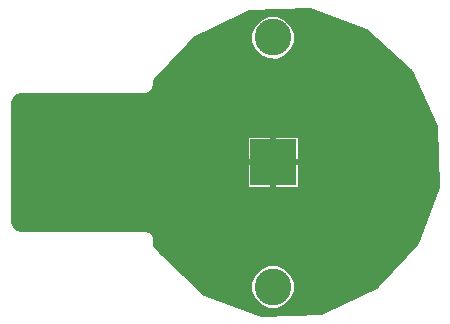
<source format=gbl>
G04 #@! TF.GenerationSoftware,KiCad,Pcbnew,(2017-01-24 revision 0b6147e)-makepkg*
G04 #@! TF.CreationDate,2017-09-23T14:32:10-07:00*
G04 #@! TF.ProjectId,LIR2032Charger,4C495232303332436861726765722E6B,rev?*
G04 #@! TF.FileFunction,Copper,L2,Bot,Signal*
G04 #@! TF.FilePolarity,Positive*
%FSLAX46Y46*%
G04 Gerber Fmt 4.6, Leading zero omitted, Abs format (unit mm)*
G04 Created by KiCad (PCBNEW (2017-01-24 revision 0b6147e)-makepkg) date 09/23/17 14:32:10*
%MOMM*%
%LPD*%
G01*
G04 APERTURE LIST*
%ADD10C,0.100000*%
%ADD11R,3.960000X3.960000*%
%ADD12C,3.100000*%
%ADD13C,0.800000*%
%ADD14C,0.254000*%
G04 APERTURE END LIST*
D10*
D11*
X126450000Y-95400000D03*
D12*
X126450000Y-84845000D03*
X126450000Y-105955000D03*
D13*
X125700000Y-100700000D03*
X113620000Y-91580000D03*
X125140000Y-89290000D03*
X118770000Y-93330000D03*
X127360000Y-98090000D03*
X122080000Y-95480000D03*
X136340000Y-90500000D03*
D14*
G36*
X134387729Y-84243606D02*
X138134321Y-87721001D01*
X140264980Y-92367456D01*
X140455331Y-97475584D01*
X138676394Y-102267729D01*
X135199000Y-106014320D01*
X130552544Y-108144980D01*
X125444416Y-108335331D01*
X120652271Y-106556394D01*
X120404818Y-106326720D01*
X124572675Y-106326720D01*
X124857829Y-107016846D01*
X125385376Y-107545316D01*
X126075004Y-107831674D01*
X126821720Y-107832325D01*
X127511846Y-107547171D01*
X128040316Y-107019624D01*
X128326674Y-106329996D01*
X128327325Y-105583280D01*
X128042171Y-104893154D01*
X127514624Y-104364684D01*
X126824996Y-104078326D01*
X126078280Y-104077675D01*
X125388154Y-104362829D01*
X124859684Y-104890376D01*
X124573326Y-105580004D01*
X124572675Y-106326720D01*
X120404818Y-106326720D01*
X116887262Y-103061906D01*
X116433600Y-102386380D01*
X116433600Y-102030000D01*
X116427766Y-102000671D01*
X116427766Y-101970771D01*
X116382095Y-101741166D01*
X116382095Y-101741161D01*
X116336762Y-101631719D01*
X116206701Y-101437069D01*
X116206699Y-101437065D01*
X116122936Y-101353302D01*
X115928284Y-101223240D01*
X115928281Y-101223237D01*
X115836473Y-101185209D01*
X115818840Y-101177905D01*
X115818839Y-101177905D01*
X115589229Y-101132234D01*
X115559329Y-101132234D01*
X115530000Y-101126400D01*
X105129899Y-101126400D01*
X104835776Y-101067896D01*
X104611776Y-100918224D01*
X104462104Y-100694224D01*
X104403600Y-100400101D01*
X104403600Y-95584150D01*
X124241400Y-95584150D01*
X124241400Y-97425471D01*
X124276202Y-97509491D01*
X124340508Y-97573797D01*
X124424528Y-97608600D01*
X126265850Y-97608600D01*
X126323000Y-97551450D01*
X126323000Y-95527000D01*
X126577000Y-95527000D01*
X126577000Y-97551450D01*
X126634150Y-97608600D01*
X128475472Y-97608600D01*
X128559492Y-97573797D01*
X128623798Y-97509491D01*
X128658600Y-97425471D01*
X128658600Y-95584150D01*
X128601450Y-95527000D01*
X126577000Y-95527000D01*
X126323000Y-95527000D01*
X124298550Y-95527000D01*
X124241400Y-95584150D01*
X104403600Y-95584150D01*
X104403600Y-93374529D01*
X124241400Y-93374529D01*
X124241400Y-95215850D01*
X124298550Y-95273000D01*
X126323000Y-95273000D01*
X126323000Y-93248550D01*
X126577000Y-93248550D01*
X126577000Y-95273000D01*
X128601450Y-95273000D01*
X128658600Y-95215850D01*
X128658600Y-93374529D01*
X128623798Y-93290509D01*
X128559492Y-93226203D01*
X128475472Y-93191400D01*
X126634150Y-93191400D01*
X126577000Y-93248550D01*
X126323000Y-93248550D01*
X126265850Y-93191400D01*
X124424528Y-93191400D01*
X124340508Y-93226203D01*
X124276202Y-93290509D01*
X124241400Y-93374529D01*
X104403600Y-93374529D01*
X104403600Y-90399899D01*
X104462104Y-90105776D01*
X104611776Y-89881776D01*
X104835776Y-89732104D01*
X105129899Y-89673600D01*
X115500000Y-89673600D01*
X115529329Y-89667766D01*
X115559229Y-89667766D01*
X115788839Y-89622095D01*
X115788840Y-89622095D01*
X115820894Y-89608817D01*
X115898281Y-89576763D01*
X115898284Y-89576760D01*
X116092936Y-89446698D01*
X116176699Y-89362935D01*
X116176701Y-89362931D01*
X116306762Y-89168281D01*
X116352095Y-89058839D01*
X116352095Y-89058834D01*
X116397766Y-88829229D01*
X116397766Y-88799329D01*
X116403600Y-88770000D01*
X116403600Y-88489181D01*
X119440930Y-85216720D01*
X124572675Y-85216720D01*
X124857829Y-85906846D01*
X125385376Y-86435316D01*
X126075004Y-86721674D01*
X126821720Y-86722325D01*
X127511846Y-86437171D01*
X128040316Y-85909624D01*
X128326674Y-85219996D01*
X128327325Y-84473280D01*
X128042171Y-83783154D01*
X127514624Y-83254684D01*
X126824996Y-82968326D01*
X126078280Y-82967675D01*
X125388154Y-83252829D01*
X124859684Y-83780376D01*
X124573326Y-84470004D01*
X124572675Y-85216720D01*
X119440930Y-85216720D01*
X119841001Y-84785679D01*
X124487456Y-82655020D01*
X129595584Y-82464669D01*
X134387729Y-84243606D01*
X134387729Y-84243606D01*
G37*
X134387729Y-84243606D02*
X138134321Y-87721001D01*
X140264980Y-92367456D01*
X140455331Y-97475584D01*
X138676394Y-102267729D01*
X135199000Y-106014320D01*
X130552544Y-108144980D01*
X125444416Y-108335331D01*
X120652271Y-106556394D01*
X120404818Y-106326720D01*
X124572675Y-106326720D01*
X124857829Y-107016846D01*
X125385376Y-107545316D01*
X126075004Y-107831674D01*
X126821720Y-107832325D01*
X127511846Y-107547171D01*
X128040316Y-107019624D01*
X128326674Y-106329996D01*
X128327325Y-105583280D01*
X128042171Y-104893154D01*
X127514624Y-104364684D01*
X126824996Y-104078326D01*
X126078280Y-104077675D01*
X125388154Y-104362829D01*
X124859684Y-104890376D01*
X124573326Y-105580004D01*
X124572675Y-106326720D01*
X120404818Y-106326720D01*
X116887262Y-103061906D01*
X116433600Y-102386380D01*
X116433600Y-102030000D01*
X116427766Y-102000671D01*
X116427766Y-101970771D01*
X116382095Y-101741166D01*
X116382095Y-101741161D01*
X116336762Y-101631719D01*
X116206701Y-101437069D01*
X116206699Y-101437065D01*
X116122936Y-101353302D01*
X115928284Y-101223240D01*
X115928281Y-101223237D01*
X115836473Y-101185209D01*
X115818840Y-101177905D01*
X115818839Y-101177905D01*
X115589229Y-101132234D01*
X115559329Y-101132234D01*
X115530000Y-101126400D01*
X105129899Y-101126400D01*
X104835776Y-101067896D01*
X104611776Y-100918224D01*
X104462104Y-100694224D01*
X104403600Y-100400101D01*
X104403600Y-95584150D01*
X124241400Y-95584150D01*
X124241400Y-97425471D01*
X124276202Y-97509491D01*
X124340508Y-97573797D01*
X124424528Y-97608600D01*
X126265850Y-97608600D01*
X126323000Y-97551450D01*
X126323000Y-95527000D01*
X126577000Y-95527000D01*
X126577000Y-97551450D01*
X126634150Y-97608600D01*
X128475472Y-97608600D01*
X128559492Y-97573797D01*
X128623798Y-97509491D01*
X128658600Y-97425471D01*
X128658600Y-95584150D01*
X128601450Y-95527000D01*
X126577000Y-95527000D01*
X126323000Y-95527000D01*
X124298550Y-95527000D01*
X124241400Y-95584150D01*
X104403600Y-95584150D01*
X104403600Y-93374529D01*
X124241400Y-93374529D01*
X124241400Y-95215850D01*
X124298550Y-95273000D01*
X126323000Y-95273000D01*
X126323000Y-93248550D01*
X126577000Y-93248550D01*
X126577000Y-95273000D01*
X128601450Y-95273000D01*
X128658600Y-95215850D01*
X128658600Y-93374529D01*
X128623798Y-93290509D01*
X128559492Y-93226203D01*
X128475472Y-93191400D01*
X126634150Y-93191400D01*
X126577000Y-93248550D01*
X126323000Y-93248550D01*
X126265850Y-93191400D01*
X124424528Y-93191400D01*
X124340508Y-93226203D01*
X124276202Y-93290509D01*
X124241400Y-93374529D01*
X104403600Y-93374529D01*
X104403600Y-90399899D01*
X104462104Y-90105776D01*
X104611776Y-89881776D01*
X104835776Y-89732104D01*
X105129899Y-89673600D01*
X115500000Y-89673600D01*
X115529329Y-89667766D01*
X115559229Y-89667766D01*
X115788839Y-89622095D01*
X115788840Y-89622095D01*
X115820894Y-89608817D01*
X115898281Y-89576763D01*
X115898284Y-89576760D01*
X116092936Y-89446698D01*
X116176699Y-89362935D01*
X116176701Y-89362931D01*
X116306762Y-89168281D01*
X116352095Y-89058839D01*
X116352095Y-89058834D01*
X116397766Y-88829229D01*
X116397766Y-88799329D01*
X116403600Y-88770000D01*
X116403600Y-88489181D01*
X119440930Y-85216720D01*
X124572675Y-85216720D01*
X124857829Y-85906846D01*
X125385376Y-86435316D01*
X126075004Y-86721674D01*
X126821720Y-86722325D01*
X127511846Y-86437171D01*
X128040316Y-85909624D01*
X128326674Y-85219996D01*
X128327325Y-84473280D01*
X128042171Y-83783154D01*
X127514624Y-83254684D01*
X126824996Y-82968326D01*
X126078280Y-82967675D01*
X125388154Y-83252829D01*
X124859684Y-83780376D01*
X124573326Y-84470004D01*
X124572675Y-85216720D01*
X119440930Y-85216720D01*
X119841001Y-84785679D01*
X124487456Y-82655020D01*
X129595584Y-82464669D01*
X134387729Y-84243606D01*
M02*

</source>
